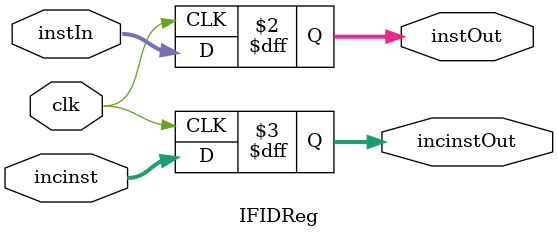
<source format=v>
`timescale 1ns / 1ps
module IFIDReg(instOut,incinstOut,incinst,instIn,clk);
    input clk;
    input [31:0] instIn,incinst;
    output reg [31:0] instOut,incinstOut;
    
    always @ (posedge clk)
    begin
        instOut <= instIn;
        incinstOut<=incinst;
    end
    
endmodule

</source>
